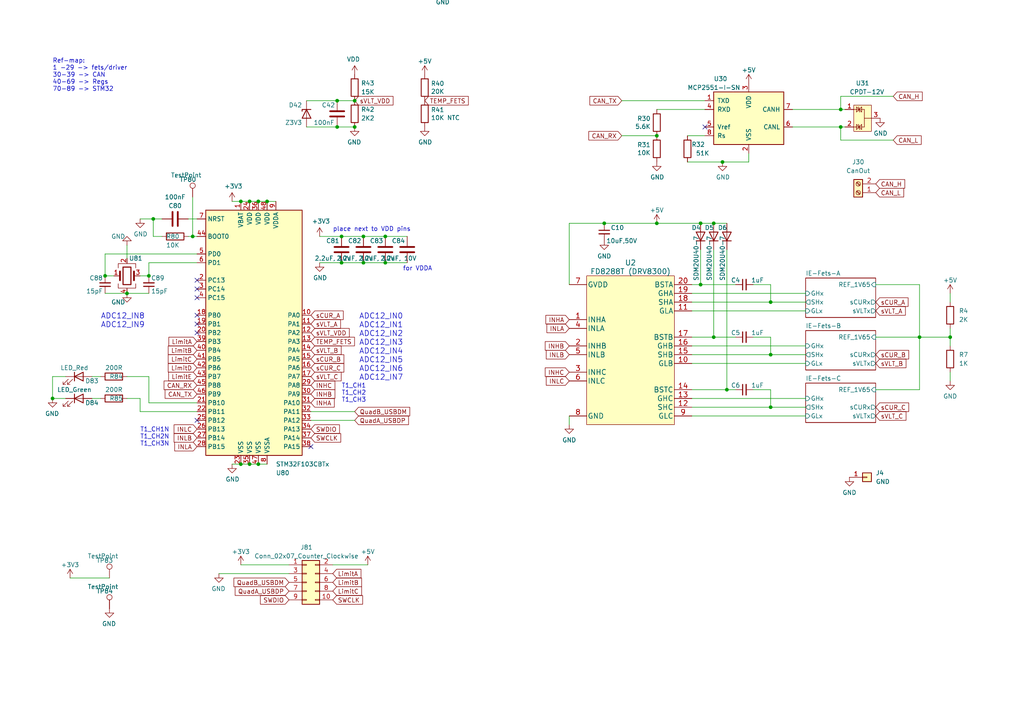
<source format=kicad_sch>
(kicad_sch (version 20231120) (generator "eeschema") (generator_version "8.0")
  (paper "A4")
  (junction (at 74.93 58.42))
  (junction (at 223.52 102.87))
  (junction (at 15.24 115.57))
  (junction (at 99.06 76.2))
  (junction (at 99.06 68.58))
  (junction (at 203.2 82.55))
  (junction (at 190.5 39.37))
  (junction (at 82.55 -26.67))
  (junction (at 111.76 68.58))
  (junction (at 223.52 118.11))
  (junction (at 223.52 87.63))
  (junction (at 77.47 58.42))
  (junction (at 110.49 -19.05))
  (junction (at 36.83 85.09))
  (junction (at 30.48 80.01))
  (junction (at 123.19 -11.43))
  (junction (at 102.87 29.21))
  (junction (at 123.19 -19.05))
  (junction (at 128.27 -11.43))
  (junction (at 207.01 97.79))
  (junction (at 82.55 -21.59))
  (junction (at 72.39 58.42))
  (junction (at 72.39 134.62))
  (junction (at 44.45 63.5))
  (junction (at 105.41 76.2))
  (junction (at 128.27 -19.05))
  (junction (at 275.59 97.79))
  (junction (at 102.87 36.83))
  (junction (at 116.84 -49.53))
  (junction (at 17.78 -35.56))
  (junction (at 43.18 80.01))
  (junction (at 105.41 68.58))
  (junction (at 143.51 -19.05))
  (junction (at 190.5 64.77))
  (junction (at 74.93 134.62))
  (junction (at 97.79 36.83))
  (junction (at 69.85 58.42))
  (junction (at 92.71 -59.69))
  (junction (at 91.44 -11.43))
  (junction (at 26.67 -43.18))
  (junction (at 55.88 68.58))
  (junction (at 69.85 134.62))
  (junction (at 175.26 64.77))
  (junction (at 111.76 76.2))
  (junction (at 97.79 29.21))
  (junction (at 110.49 -49.53))
  (junction (at 127 -59.69))
  (junction (at 209.55 46.99))
  (junction (at 266.7 97.79))
  (junction (at 243.84 31.75))
  (junction (at 207.01 64.77))
  (junction (at 26.67 -35.56))
  (junction (at 243.84 36.83))
  (junction (at 17.78 -43.18))
  (junction (at 203.2 64.77))
  (junction (at 210.82 113.03))
  (no_connect (at 57.15 86.36))
  (no_connect (at 57.15 81.28))
  (no_connect (at 57.15 83.82))
  (no_connect (at 204.47 36.83))
  (no_connect (at 57.15 91.44))
  (no_connect (at 90.17 129.54))
  (no_connect (at 57.15 93.98))
  (no_connect (at 57.15 121.92))
  (no_connect (at 57.15 96.52))
  (wire (pts (xy 111.76 68.58) (xy 105.41 68.58)))
  (wire (pts (xy 116.84 -49.53) (xy 127 -49.53)))
  (wire (pts (xy 82.55 -11.43) (xy 82.55 -13.97)))
  (wire (pts (xy 223.52 87.63) (xy 233.68 87.63)))
  (wire (pts (xy 207.01 72.39) (xy 207.01 97.79)))
  (wire (pts (xy 55.88 68.58) (xy 57.15 68.58)))
  (wire (pts (xy 26.67 -43.18) (xy 35.56 -43.18)))
  (wire (pts (xy 106.68 163.83) (xy 96.52 163.83)))
  (wire (pts (xy 55.88 57.15) (xy 55.88 68.58)))
  (wire (pts (xy 254 113.03) (xy 266.7 113.03)))
  (wire (pts (xy 74.93 134.62) (xy 77.47 134.62)))
  (wire (pts (xy 29.21 115.57) (xy 26.67 115.57)))
  (wire (pts (xy 12.7 -43.18) (xy 17.78 -43.18)))
  (wire (pts (xy 243.84 31.75) (xy 245.11 31.75)))
  (wire (pts (xy 100.33 -11.43) (xy 123.19 -11.43)))
  (wire (pts (xy 180.34 39.37) (xy 190.5 39.37)))
  (wire (pts (xy 92.71 -59.69) (xy 95.25 -59.69)))
  (wire (pts (xy 207.01 64.77) (xy 210.82 64.77)))
  (wire (pts (xy 200.66 120.65) (xy 233.68 120.65)))
  (wire (pts (xy 33.02 80.01) (xy 30.48 80.01)))
  (wire (pts (xy 43.18 80.01) (xy 43.18 76.2)))
  (wire (pts (xy 200.66 115.57) (xy 233.68 115.57)))
  (wire (pts (xy 30.48 73.66) (xy 30.48 80.01)))
  (wire (pts (xy 266.7 82.55) (xy 254 82.55)))
  (wire (pts (xy 72.39 58.42) (xy 74.93 58.42)))
  (wire (pts (xy 210.82 72.39) (xy 210.82 113.03)))
  (wire (pts (xy 218.44 113.03) (xy 223.52 113.03)))
  (wire (pts (xy 275.59 107.95) (xy 275.59 110.49)))
  (wire (pts (xy 218.44 97.79) (xy 223.52 97.79)))
  (wire (pts (xy 40.64 80.01) (xy 43.18 80.01)))
  (wire (pts (xy 57.15 119.38) (xy 40.64 119.38)))
  (wire (pts (xy 275.59 97.79) (xy 275.59 100.33)))
  (wire (pts (xy 69.85 134.62) (xy 72.39 134.62)))
  (wire (pts (xy 36.83 85.09) (xy 43.18 85.09)))
  (wire (pts (xy 82.55 -21.59) (xy 82.55 -26.67)))
  (wire (pts (xy 203.2 82.55) (xy 213.36 82.55)))
  (wire (pts (xy 199.39 46.99) (xy 209.55 46.99)))
  (wire (pts (xy 127 -59.69) (xy 129.54 -59.69)))
  (wire (pts (xy 229.87 31.75) (xy 243.84 31.75)))
  (wire (pts (xy 43.18 109.22) (xy 43.18 116.84)))
  (wire (pts (xy 200.66 97.79) (xy 207.01 97.79)))
  (wire (pts (xy 17.78 -35.56) (xy 26.67 -35.56)))
  (wire (pts (xy 229.87 36.83) (xy 243.84 36.83)))
  (wire (pts (xy 203.2 64.77) (xy 207.01 64.77)))
  (wire (pts (xy 266.7 97.79) (xy 275.59 97.79)))
  (wire (pts (xy 12.7 -35.56) (xy 17.78 -35.56)))
  (wire (pts (xy 223.52 113.03) (xy 223.52 118.11)))
  (wire (pts (xy 110.49 -49.53) (xy 116.84 -49.53)))
  (wire (pts (xy 259.08 27.94) (xy 243.84 27.94)))
  (wire (pts (xy 223.52 97.79) (xy 223.52 102.87)))
  (wire (pts (xy 190.5 31.75) (xy 204.47 31.75)))
  (wire (pts (xy 30.48 85.09) (xy 36.83 85.09)))
  (wire (pts (xy 165.1 64.77) (xy 165.1 82.55)))
  (wire (pts (xy 218.44 82.55) (xy 223.52 82.55)))
  (wire (pts (xy 254 97.79) (xy 266.7 97.79)))
  (wire (pts (xy 200.66 113.03) (xy 210.82 113.03)))
  (wire (pts (xy 128.27 -19.05) (xy 143.51 -19.05)))
  (wire (pts (xy 15.24 109.22) (xy 19.05 109.22)))
  (wire (pts (xy 99.06 76.2) (xy 105.41 76.2)))
  (wire (pts (xy 200.66 85.09) (xy 233.68 85.09)))
  (wire (pts (xy 88.9 29.21) (xy 97.79 29.21)))
  (wire (pts (xy 165.1 120.65) (xy 165.1 123.19)))
  (wire (pts (xy 77.47 58.42) (xy 80.01 58.42)))
  (wire (pts (xy 99.06 68.58) (xy 92.71 68.58)))
  (wire (pts (xy 82.55 -26.67) (xy 91.44 -26.67)))
  (wire (pts (xy 210.82 113.03) (xy 213.36 113.03)))
  (wire (pts (xy 200.66 100.33) (xy 233.68 100.33)))
  (wire (pts (xy 36.83 109.22) (xy 43.18 109.22)))
  (wire (pts (xy 180.34 29.21) (xy 204.47 29.21)))
  (wire (pts (xy 200.66 105.41) (xy 233.68 105.41)))
  (wire (pts (xy 223.52 82.55) (xy 223.52 87.63)))
  (wire (pts (xy 67.31 134.62) (xy 69.85 134.62)))
  (wire (pts (xy 15.24 109.22) (xy 15.24 115.57)))
  (wire (pts (xy 243.84 27.94) (xy 243.84 31.75)))
  (wire (pts (xy 17.78 -43.18) (xy 26.67 -43.18)))
  (wire (pts (xy 43.18 76.2) (xy 57.15 76.2)))
  (wire (pts (xy 15.24 115.57) (xy 19.05 115.57)))
  (wire (pts (xy 123.19 -11.43) (xy 128.27 -11.43)))
  (wire (pts (xy 209.55 46.99) (xy 217.17 46.99)))
  (wire (pts (xy 266.7 113.03) (xy 266.7 97.79)))
  (wire (pts (xy 88.9 36.83) (xy 97.79 36.83)))
  (wire (pts (xy 105.41 76.2) (xy 111.76 76.2)))
  (wire (pts (xy 36.83 71.12) (xy 36.83 74.93)))
  (wire (pts (xy 200.66 118.11) (xy 223.52 118.11)))
  (wire (pts (xy 110.49 -57.15) (xy 116.84 -57.15)))
  (wire (pts (xy 26.67 -35.56) (xy 35.56 -35.56)))
  (wire (pts (xy 82.55 -59.69) (xy 92.71 -59.69)))
  (wire (pts (xy 54.61 68.58) (xy 55.88 68.58)))
  (wire (pts (xy 127 -49.53) (xy 127 -52.07)))
  (wire (pts (xy 100.33 -19.05) (xy 110.49 -19.05)))
  (wire (pts (xy 92.71 76.2) (xy 99.06 76.2)))
  (wire (pts (xy 90.17 119.38) (xy 102.87 119.38)))
  (wire (pts (xy 203.2 72.39) (xy 203.2 82.55)))
  (wire (pts (xy 92.71 -57.15) (xy 92.71 -59.69)))
  (wire (pts (xy 207.01 97.79) (xy 213.36 97.79)))
  (wire (pts (xy 100.33 -26.67) (xy 110.49 -26.67)))
  (wire (pts (xy 40.64 115.57) (xy 40.64 119.38)))
  (wire (pts (xy 266.7 97.79) (xy 266.7 82.55)))
  (wire (pts (xy 82.55 -11.43) (xy 91.44 -11.43)))
  (wire (pts (xy 200.66 87.63) (xy 223.52 87.63)))
  (wire (pts (xy 44.45 63.5) (xy 46.99 63.5)))
  (wire (pts (xy 40.64 115.57) (xy 36.83 115.57)))
  (wire (pts (xy 95.25 -57.15) (xy 92.71 -57.15)))
  (wire (pts (xy 111.76 76.2) (xy 118.11 76.2)))
  (wire (pts (xy 54.61 63.5) (xy 57.15 63.5)))
  (wire (pts (xy 72.39 134.62) (xy 74.93 134.62)))
  (wire (pts (xy 175.26 64.77) (xy 190.5 64.77)))
  (wire (pts (xy 100.33 -11.43) (xy 100.33 -16.51)))
  (wire (pts (xy 175.26 64.77) (xy 165.1 64.77)))
  (wire (pts (xy 275.59 85.09) (xy 275.59 87.63)))
  (wire (pts (xy 40.64 63.5) (xy 44.45 63.5)))
  (wire (pts (xy 97.79 29.21) (xy 102.87 29.21)))
  (wire (pts (xy 46.99 68.58) (xy 44.45 68.58)))
  (wire (pts (xy 275.59 95.25) (xy 275.59 97.79)))
  (wire (pts (xy 69.85 58.42) (xy 72.39 58.42)))
  (wire (pts (xy 90.17 121.92) (xy 102.87 121.92)))
  (wire (pts (xy 100.33 -21.59) (xy 100.33 -26.67)))
  (wire (pts (xy 20.32 167.64) (xy 31.75 167.64)))
  (wire (pts (xy 120.65 -19.05) (xy 123.19 -19.05)))
  (wire (pts (xy 259.08 40.64) (xy 243.84 40.64)))
  (wire (pts (xy 123.19 -19.05) (xy 128.27 -19.05)))
  (wire (pts (xy 200.66 90.17) (xy 233.68 90.17)))
  (wire (pts (xy 105.41 68.58) (xy 99.06 68.58)))
  (wire (pts (xy 113.03 -19.05) (xy 110.49 -19.05)))
  (wire (pts (xy 118.11 68.58) (xy 111.76 68.58)))
  (wire (pts (xy 63.5 166.37) (xy 83.82 166.37)))
  (wire (pts (xy 223.52 118.11) (xy 233.68 118.11)))
  (wire (pts (xy 243.84 36.83) (xy 245.11 36.83)))
  (wire (pts (xy 67.31 58.42) (xy 69.85 58.42)))
  (wire (pts (xy 110.49 -59.69) (xy 127 -59.69)))
  (wire (pts (xy 110.49 -49.53) (xy 102.87 -49.53)))
  (wire (pts (xy 26.67 109.22) (xy 29.21 109.22)))
  (wire (pts (xy 43.18 116.84) (xy 57.15 116.84)))
  (wire (pts (xy 199.39 39.37) (xy 204.47 39.37)))
  (wire (pts (xy 190.5 64.77) (xy 203.2 64.77)))
  (wire (pts (xy 97.79 36.83) (xy 102.87 36.83)))
  (wire (pts (xy 44.45 63.5) (xy 44.45 68.58)))
  (wire (pts (xy 200.66 102.87) (xy 223.52 102.87)))
  (wire (pts (xy 74.93 58.42) (xy 77.47 58.42)))
  (wire (pts (xy 243.84 40.64) (xy 243.84 36.83)))
  (wire (pts (xy 223.52 102.87) (xy 233.68 102.87)))
  (wire (pts (xy 30.48 73.66) (xy 57.15 73.66)))
  (wire (pts (xy 217.17 44.45) (xy 217.17 46.99)))
  (wire (pts (xy 200.66 82.55) (xy 203.2 82.55)))
  (wire (pts (xy 143.51 -19.05) (xy 146.05 -19.05)))
  (wire (pts (xy 69.85 163.83) (xy 83.82 163.83)))
  (text "Vin max = 18V\n\nTODO:\nFix current sense precision issue\n\ndone:\nswitch A and C phase parts\nswitch to LDR 3v3 reg?\nadd TVS diodes\nchange connector\nnew leds\nchange boot0 ckt to allow usb bootloader\nrethink C10?\nrethink bulk caps?\nrething C1-C3?\nchange 0603s to 0402s\ndo I really need sVLT_x? (yes)\npick smaller 3V3 Z_diodes" (at -44.45 52.07 0) (effects (font (size 1.27 1.27)) (justify left bottom)))
  (text "for VDDA" (at 116.84 78.74 0) (effects (font (size 1.27 1.27)) (justify left bottom)))
  (text "330uF 16V Panasonic Low Impedance" (at 21.59 -26.67 0) (effects (font (size 1.27 1.27)) (justify left bottom)))
  (text "ADC12_IN0\nADC12_IN1\nADC12_IN2\nADC12_IN3\nADC12_IN4\nADC12_IN5\nADC12_IN6\nADC12_IN7\n\n" (at 104.14 113.03 0) (effects (font (size 1.5748 1.5748)) (justify left bottom)))
  (text "Ref-map:\n1 -29 -> fets/driver\n30-39 -> CAN\n40-69 -> Regs\n70-89 -> STM32" (at 15.24 26.67 0) (effects (font (size 1.27 1.27)) (justify left bottom)))
  (text "ADC12_IN8\nADC12_IN9" (at 29.21 95.25 0) (effects (font (size 1.5748 1.5748)) (justify left bottom)))
  (text "T1_CH1N\nT1_CH2N\nT1_CH3N" (at 40.64 129.54 0) (effects (font (size 1.27 1.27)) (justify left bottom)))
  (text "place next to VDD pins" (at 96.52 67.31 0) (effects (font (size 1.27 1.27)) (justify left bottom)))
  (text "T1_CH1\nT1_CH2\nT1_CH3" (at 99.06 116.84 0) (effects (font (size 1.27 1.27)) (justify left bottom)))
  (global_label "CAN_RX" (shape input) (at 57.15 111.76 180) (property "Intersheetrefs" "${INTERSHEET_REFS}" (effects (hide yes))))
  (global_label "CAN_L" (shape input) (at 254 55.88 0) (property "Intersheetrefs" "${INTERSHEET_REFS}" (effects (hide yes))))
  (global_label "sVLT_C" (shape input) (at 254 120.65 0) (property "Intersheetrefs" "${INTERSHEET_REFS}" (effects (hide yes))))
  (global_label "TEMP_FETS" (shape input) (at 90.17 99.06 0) (property "Intersheetrefs" "${INTERSHEET_REFS}" (effects (hide yes))))
  (global_label "INHC" (shape input) (at 90.17 111.76 0) (property "Intersheetrefs" "${INTERSHEET_REFS}" (effects (hide yes))))
  (global_label "QuadB_USBDM" (shape input) (at 102.87 119.38 0) (property "Intersheetrefs" "${INTERSHEET_REFS}" (effects (hide yes))))
  (global_label "sVLT_A" (shape input) (at 90.17 93.98 0) (property "Intersheetrefs" "${INTERSHEET_REFS}" (effects (hide yes))))
  (global_label "sVLT_B" (shape input) (at 90.17 101.6 0) (property "Intersheetrefs" "${INTERSHEET_REFS}" (effects (hide yes))))
  (global_label "CAN_RX" (shape input) (at 180.34 39.37 180) (property "Intersheetrefs" "${INTERSHEET_REFS}" (effects (hide yes))))
  (global_label "INHC" (shape input) (at 165.1 107.95 180) (property "Intersheetrefs" "${INTERSHEET_REFS}" (effects (hide yes))))
  (global_label "INHB" (shape input) (at 165.1 100.33 180) (property "Intersheetrefs" "${INTERSHEET_REFS}" (effects (hide yes))))
  (global_label "QuadA_USBDP" (shape input) (at 83.82 171.45 180) (property "Intersheetrefs" "${INTERSHEET_REFS}" (effects (hide yes))))
  (global_label "LimitA" (shape input) (at 57.15 99.06 180) (property "Intersheetrefs" "${INTERSHEET_REFS}" (effects (hide yes))))
  (global_label "sCUR_B" (shape input) (at 90.17 104.14 0) (property "Intersheetrefs" "${INTERSHEET_REFS}" (effects (hide yes))))
  (global_label "INHA" (shape input) (at 90.17 116.84 0) (property "Intersheetrefs" "${INTERSHEET_REFS}" (effects (hide yes))))
  (global_label "sVLT_VDD" (shape input) (at 90.17 96.52 0) (property "Intersheetrefs" "${INTERSHEET_REFS}" (effects (hide yes))))
  (global_label "sCUR_B" (shape input) (at 254 102.87 0) (property "Intersheetrefs" "${INTERSHEET_REFS}" (effects (hide yes))))
  (global_label "sVLT_C" (shape input) (at 90.17 109.22 0) (property "Intersheetrefs" "${INTERSHEET_REFS}" (effects (hide yes))))
  (global_label "sCUR_C" (shape input) (at 90.17 106.68 0) (property "Intersheetrefs" "${INTERSHEET_REFS}" (effects (hide yes))))
  (global_label "INLA" (shape input) (at 57.15 129.54 180) (property "Intersheetrefs" "${INTERSHEET_REFS}" (effects (hide yes))))
  (global_label "LimitA" (shape input) (at 96.52 166.37 0) (property "Intersheetrefs" "${INTERSHEET_REFS}" (effects (hide yes))))
  (global_label "LimitE" (shape input) (at 57.15 109.22 180) (property "Intersheetrefs" "${INTERSHEET_REFS}" (effects (hide yes))))
  (global_label "sVLT_VDD" (shape input) (at 102.87 29.21 0) (property "Intersheetrefs" "${INTERSHEET_REFS}" (effects (hide yes))))
  (global_label "CAN_L" (shape input) (at 259.08 40.64 0) (property "Intersheetrefs" "${INTERSHEET_REFS}" (effects (hide yes))))
  (global_label "sVLT_B" (shape input) (at 254 105.41 0) (property "Intersheetrefs" "${INTERSHEET_REFS}" (effects (hide yes))))
  (global_label "SWCLK" (shape input) (at 90.17 127 0) (property "Intersheetrefs" "${INTERSHEET_REFS}" (effects (hide yes))))
  (global_label "CAN_H" (shape input) (at 259.08 27.94 0) (property "Intersheetrefs" "${INTERSHEET_REFS}" (effects (hide yes))))
  (global_label "LimitD" (shape input) (at 57.15 106.68 180) (property "Intersheetrefs" "${INTERSHEET_REFS}" (effects (hide yes))))
  (global_label "QuadA_USBDP" (shape input) (at 102.87 121.92 0) (property "Intersheetrefs" "${INTERSHEET_REFS}" (effects (hide yes))))
  (global_label "INHB" (shape input) (at 90.17 114.3 0) (property "Intersheetrefs" "${INTERSHEET_REFS}" (effects (hide yes))))
  (global_label "LimitB" (shape input) (at 96.52 168.91 0) (property "Intersheetrefs" "${INTERSHEET_REFS}" (effects (hide yes))))
  (global_label "LimitC" (shape input) (at 57.15 104.14 180) (property "Intersheetrefs" "${INTERSHEET_REFS}" (effects (hide yes))))
  (global_label "CAN_TX" (shape input) (at 180.34 29.21 180) (property "Intersheetrefs" "${INTERSHEET_REFS}" (effects (hide yes))))
  (global_label "sCUR_C" (shape input) (at 254 118.11 0) (property "Intersheetrefs" "${INTERSHEET_REFS}" (effects (hide yes))))
  (global_label "INLB" (shape input) (at 165.1 102.87 180) (property "Intersheetrefs" "${INTERSHEET_REFS}" (effects (hide yes))))
  (global_label "CAN_TX" (shape input) (at 57.15 114.3 180) (property "Intersheetrefs" "${INTERSHEET_REFS}" (effects (hide yes))))
  (global_label "TEMP_FETS" (shape input) (at 123.19 29.21 0) (property "Intersheetrefs" "${INTERSHEET_REFS}" (effects (hide yes))))
  (global_label "LimitB" (shape input) (at 57.15 101.6 180) (property "Intersheetrefs" "${INTERSHEET_REFS}" (effects (hide yes))))
  (global_label "sCUR_A" (shape input) (at 254 87.63 0) (property "Intersheetrefs" "${INTERSHEET_REFS}" (effects (hide yes))))
  (global_label "INLA" (shape input) (at 165.1 95.25 180) (property "Intersheetrefs" "${INTERSHEET_REFS}" (effects (hide yes))))
  (global_label "QuadB_USBDM" (shape input) (at 83.82 168.91 180) (property "Intersheetrefs" "${INTERSHEET_REFS}" (effects (hide yes))))
  (global_label "SWCLK" (shape input) (at 96.52 173.99 0) (property "Intersheetrefs" "${INTERSHEET_REFS}" (effects (hide yes))))
  (global_label "INLC" (shape input) (at 57.15 124.46 180) (property "Intersheetrefs" "${INTERSHEET_REFS}" (effects (hide yes))))
  (global_label "sVLT_A" (shape input) (at 254 90.17 0) (property "Intersheetrefs" "${INTERSHEET_REFS}" (effects (hide yes))))
  (global_label "INLC" (shape input) (at 165.1 110.49 180) (property "Intersheetrefs" "${INTERSHEET_REFS}" (effects (hide yes))))
  (global_label "INHA" (shape input) (at 165.1 92.71 180) (property "Intersheetrefs" "${INTERSHEET_REFS}" (effects (hide yes))))
  (global_label "LimitC" (shape input) (at 96.52 171.45 0) (property "Intersheetrefs" "${INTERSHEET_REFS}" (effects (hide yes))))
  (global_label "sCUR_A" (shape input) (at 90.17 91.44 0) (property "Intersheetrefs" "${INTERSHEET_REFS}" (effects (hide yes))))
  (global_label "SWDIO" (shape input) (at 83.82 173.99 180) (property "Intersheetrefs" "${INTERSHEET_REFS}" (effects (hide yes))))
  (global_label "INLB" (shape input) (at 57.15 127 180) (property "Intersheetrefs" "${INTERSHEET_REFS}" (effects (hide yes))))
  (global_label "SWDIO" (shape input) (at 90.17 124.46 0) (property "Intersheetrefs" "${INTERSHEET_REFS}" (effects (hide yes))))
  (global_label "CAN_H" (shape input) (at 254 53.34 0) (property "Intersheetrefs" "${INTERSHEET_REFS}" (effects (hide yes))))
  (symbol (lib_id "Device:C") (at 111.76 72.39 0) (unit 1)
    (property "Reference" "C83" (at 109.22 69.85 0))
    (property "Value" "2.2uF, 10V" (at 109.22 74.93 0))
    (property "Footprint" "Capacitor_SMD:C_0402_1005Metric" (effects (hide yes)))
    (property "Datasheet" "https://lcsc.com/product-detail/Multilayer-Ceramic-Capacitors-MLCC---SMD-SMT_Murata-Electronics-Murata-Electronics-GRM155R61A225KE95D_C77002.html" (effects (hide yes)))
    (property "LCSC" "C77002" (effects (hide yes)))
  )
  (symbol (lib_id "Device:C") (at 110.49 -22.86 0) (mirror x) (unit 1)
    (property "Reference" "C9" (at 107.5944 -24.0284 0) (effects (justify right)))
    (property "Value" "100nF" (at 107.5944 -21.717 0) (effects (justify right)))
    (property "Footprint" "Capacitor_SMD:C_0402_1005Metric" (effects (hide yes)))
    (property "Datasheet" "https://lcsc.com/product-detail/Multilayer-Ceramic-Capacitors-MLCC---SMD-SMT_Samsung-Electro-Mechanics-Samsung-Electro-Mechanics-CL05B104KB54PNC_C307331.html" (effects (hide yes)))
    (property "LCSC" "C307331" (effects (hide yes)))
  )
  (symbol (lib_id "Connector_Generic:Conn_01x01") (at 7.62 -43.18 180) (unit 1)
    (property "Reference" "J2" (at 7.62 -49.53 0))
    (property "Value" "Vin" (at 7.62 -46.99 0))
    (property "Footprint" "AlfredoFootprints:GE_PwrPad1" (effects (hide yes)))
  )
  (symbol (lib_id "power:GND") (at 36.83 85.09 0) (unit 1)
    (property "Reference" "#PWR0136" (effects (hide yes)))
    (property "Value" "GND" (at 34.29 87.63 0))
  )
  (symbol (lib_id "Device:R") (at 102.87 33.02 180) (unit 1)
    (property "Reference" "R42" (at 106.68 31.75 0))
    (property "Value" "2K2" (at 106.68 34.29 0))
    (property "Footprint" "Resistor_SMD:R_0402_1005Metric" (effects (hide yes)))
    (property "LCSC" "C25879" (effects (hide yes)))
  )
  (symbol (lib_id "power:GND") (at 143.51 -11.43 0) (unit 1)
    (property "Reference" "#PWR09" (effects (hide yes)))
    (property "Value" "GND" (at 143.637 -7.0358 0))
  )
  (symbol (lib_id "Connector_Generic:Conn_01x01") (at 7.62 -35.56 180) (unit 1)
    (property "Reference" "J3" (at 7.62 -30.48 0))
    (property "Value" "Gnd" (at 7.62 -33.02 0))
    (property "Footprint" "AlfredoFootprints:GE_PwrPad1" (effects (hide yes)))
  )
  (symbol (lib_id "Device:C_Polarized") (at 26.67 -39.37 0) (unit 1)
    (property "Reference" "C3" (at 27.94 -41.91 0) (effects (justify left)))
    (property "Value" "330uF" (at 27.94 -36.83 0) (effects (justify left)))
    (property "Footprint" "AlfredoFootprints:Cap_THT_LowESR_330uF" (effects (hide yes)))
  )
  (symbol (lib_id "power:+5V") (at 146.05 -19.05 0) (unit 1)
    (property "Reference" "#PWR010" (effects (hide yes)))
    (property "Value" "+5V" (at 146.05 -24.13 0))
  )
  (symbol (lib_id "Device:C_Small") (at 43.18 82.55 180) (unit 1)
    (property "Reference" "C89" (at 43.815 80.645 0) (effects (justify right)))
    (property "Value" "15pF" (at 43.815 84.455 0) (effects (justify right)))
    (property "Footprint" "Capacitor_SMD:C_0402_1005Metric" (effects (hide yes)))
    (property "Datasheet" "https://lcsc.com/product-detail/Multilayer-Ceramic-Capacitors-MLCC---SMD-SMT_FHGuangdong-Fenghua-Advanced-Tech-FHGuangdong-Fenghua-Advanced-Tech-0402CG150J500NT_C1548.html" (effects (hide yes)))
    (property "LCSC" "C1548" (effects (hide yes)))
  )
  (symbol (lib_id "power:GND") (at 190.5 46.99 0) (unit 1)
    (property "Reference" "#PWR0147" (effects (hide yes)))
    (property "Value" "GND" (at 190.627 51.3842 0))
  )
  (symbol (lib_id "Device:C_Small") (at 30.48 82.55 0) (mirror x) (unit 1)
    (property "Reference" "C88" (at 29.845 80.645 0) (effects (justify right)))
    (property "Value" "15pF" (at 29.845 84.455 0) (effects (justify right)))
    (property "Footprint" "Capacitor_SMD:C_0402_1005Metric" (effects (hide yes)))
    (property "Datasheet" "https://lcsc.com/product-detail/Multilayer-Ceramic-Capacitors-MLCC---SMD-SMT_FHGuangdong-Fenghua-Advanced-Tech-FHGuangdong-Fenghua-Advanced-Tech-0402CG150J500NT_C1548.html" (effects (hide yes)))
    (property "LCSC" "C1548" (effects (hide yes)))
  )
  (symbol (lib_id "Device:R") (at 50.8 68.58 270) (unit 1)
    (property "Reference" "R80" (at 52.07 68.58 90) (effects (justify right)))
    (property "Value" "10K" (at 52.07 71.12 90) (effects (justify right)))
    (property "Footprint" "Resistor_SMD:R_0402_1005Metric" (effects (hide yes)))
    (property "Datasheet" "https://lcsc.com/product-detail/Chip-Resistor-Surface-Mount_UNI-ROYAL-Uniroyal-Elec-0402WGF1002TCE_C25744.html" (effects (hide yes)))
    (property "LCSC" "C25744" (effects (hide yes)))
  )
  (symbol (lib_id "power:+3V3") (at 69.85 163.83 0) (unit 1)
    (property "Reference" "#PWR0140" (effects (hide yes)))
    (property "Value" "+3V3" (at 69.85 160.02 0))
  )
  (symbol (lib_id "power:GND") (at 175.26 69.85 0) (unit 1)
    (property "Reference" "#PWR0145" (effects (hide yes)))
    (property "Value" "GND" (at 175.26 74.295 0))
  )
  (symbol (lib_id "Device:C") (at 118.11 72.39 0) (unit 1)
    (property "Reference" "C84" (at 115.57 69.85 0))
    (property "Value" "2.2uF, 10V" (at 115.57 74.93 0))
    (property "Footprint" "Capacitor_SMD:C_0402_1005Metric" (effects (hide yes)))
    (property "Datasheet" "https://lcsc.com/product-detail/Multilayer-Ceramic-Capacitors-MLCC---SMD-SMT_Murata-Electronics-Murata-Electronics-GRM155R61A225KE95D_C77002.html" (effects (hide yes)))
    (property "LCSC" "C77002" (effects (hide yes)))
  )
  (symbol (lib_id "power:+3V3") (at 92.71 68.58 0) (unit 1)
    (property "Reference" "#PWR0154" (effects (hide yes)))
    (property "Value" "+3V3" (at 93.091 64.1858 0))
  )
  (symbol (lib_id "power:GND") (at 275.59 110.49 0) (unit 1)
    (property "Reference" "#PWR0114" (effects (hide yes)))
    (property "Value" "GND" (at 275.59 114.935 0))
  )
  (symbol (lib_id "Device:C_Polarized") (at 17.78 -39.37 0) (unit 1)
    (property "Reference" "C2" (at 19.05 -41.91 0) (effects (justify left)))
    (property "Value" "330uF" (at 19.05 -36.83 0) (effects (justify left)))
    (property "Footprint" "AlfredoFootprints:Cap_THT_LowESR_330uF" (effects (hide yes)))
  )
  (symbol (lib_id "Device:C") (at 116.84 -53.34 0) (mirror x) (unit 1)
    (property "Reference" "C11" (at 113.9444 -54.5084 0) (effects (justify right)))
    (property "Value" "10nF, 6.3V" (at 115.57 -50.8 0) (effects (justify right)))
    (property "Footprint" "Capacitor_SMD:C_0402_1005Metric" (effects (hide yes)))
    (property "Datasheet" "https://lcsc.com/product-detail/Multilayer-Ceramic-Capacitors-MLCC---SMD-SMT_Samsung-Electro-Mechanics-Samsung-Electro-Mechanics-CL05B103KB5NNNC_C15195.html" (effects (hide yes)))
    (property "LCSC" "C15195" (effects (hide yes)))
  )
  (symbol (lib_id "Device:C") (at 127 -55.88 0) (mirror x) (unit 1)
    (property "Reference" "C13" (at 132.08 -58.42 0) (effects (justify right)))
    (property "Value" "2.2uF, 6.3V" (at 138.43 -53.34 0) (effects (justify right)))
    (property "Footprint" "Capacitor_SMD:C_0402_1005Metric" (effects (hide yes)))
    (property "Datasheet" "https://lcsc.com/product-detail/Multilayer-Ceramic-Capacitors-MLCC---SMD-SMT_Samsung-Electro-Mechanics-Samsung-Electro-Mechanics-CL05A225MQ5NSNC_C12530.html" (effects (hide yes)))
    (property "LCSC" "C12530" (effects (hide yes)))
  )
  (symbol (lib_id "power:+5V") (at 106.68 163.83 0) (mirror y) (unit 1)
    (property "Reference" "#PWR0139" (effects (hide yes)))
    (property "Value" "+5V" (at 106.68 160.02 0))
  )
  (symbol (lib_id "Connector:TestPoint") (at 55.88 57.15 0) (unit 1)
    (property "Reference" "TP80" (at 52.07 52.07 0) (effects (justify left)))
    (property "Value" "TestPoint" (at 49.53 50.8 0) (effects (justify left)))
    (property "Footprint" "AlfredoFootprints:GE_TestPoint_Loop" (effects (hide yes)))
  )
  (symbol (lib_id "Device:C_Small") (at 175.26 67.31 0) (unit 1)
    (property "Reference" "C10" (at 179.07 66.04 0))
    (property "Value" "10uF,50V" (at 180.34 69.85 0))
    (property "Footprint" "Capacitor_SMD:C_1206_3216Metric" (effects (hide yes)))
    (property "Datasheet" "https://lcsc.com/product-detail/null_C13585.html" (effects (hide yes)))
    (property "LCSC" "C13585" (effects (hide yes)))
  )
  (symbol (lib_id "Connector:TestPoint") (at 31.75 167.64 0) (unit 1)
    (property "Reference" "TP83" (at 27.94 162.56 0) (effects (justify left)))
    (property "Value" "TestPoint" (at 25.4 161.29 0) (effects (justify left)))
    (property "Footprint" "AlfredoFootprints:GE_TestPoint_Loop" (effects (hide yes)))
  )
  (symbol (lib_id "power:GND") (at 255.27 34.29 0) (unit 1)
    (property "Reference" "#PWR0175" (effects (hide yes)))
    (property "Value" "GND" (at 255.397 38.6842 0))
  )
  (symbol (lib_id "power:GND") (at 36.83 71.12 0) (mirror x) (unit 1)
    (property "Reference" "#PWR0137" (effects (hide yes)))
    (property "Value" "GND" (at 34.29 68.58 0))
  )
  (symbol (lib_id "power:GND") (at 128.27 -3.81 0) (unit 1)
    (property "Reference" "#PWR07" (effects (hide yes)))
    (property "Value" "GND" (at 128.397 0.5842 0))
  )
  (symbol (lib_id "Device:C") (at 82.55 -17.78 0) (mirror x) (unit 1)
    (property "Reference" "C8" (at 79.6544 -18.9484 0) (effects (justify right)))
    (property "Value" "2.2uF, 50V" (at 79.6544 -16.637 0) (effects (justify right)))
    (property "Footprint" "Capacitor_SMD:C_0603_1608Metric" (effects (hide yes)))
    (property "Datasheet" "https://lcsc.com/product-detail/Multilayer-Ceramic-Capacitors-MLCC---SMD-SMT_Samsung-Electro-Mechanics-Samsung-Electro-Mechanics-CL10A225KB8NNNC_C913904.html" (effects (hide yes)))
    (property "LCSC" "C913904" (effects (hide yes)))
  )
  (symbol (lib_id "power:+5V") (at 123.19 21.59 0) (unit 1)
    (property "Reference" "#PWR0119" (effects (hide yes)))
    (property "Value" "+5V" (at 123.19 17.78 0))
  )
  (symbol (lib_id "Device:C") (at 143.51 -15.24 0) (mirror x) (unit 1)
    (property "Reference" "C14" (at 147.32 -17.78 0) (effects (justify right)))
    (property "Value" "2.2uF, 10V" (at 153.67 -12.7 0) (effects (justify right)))
    (property "Footprint" "Capacitor_SMD:C_0402_1005Metric" (effects (hide yes)))
    (property "Datasheet" "https://lcsc.com/product-detail/Multilayer-Ceramic-Capacitors-MLCC---SMD-SMT_Murata-Electronics-Murata-Electronics-GRM155R61A225KE95D_C77002.html" (effects (hide yes)))
    (property "LCSC" "C77002" (effects (hide yes)))
  )
  (symbol (lib_id "power:GND") (at 246.38 138.43 0) (unit 1)
    (property "Reference" "#PWR0143" (effects (hide yes)))
    (property "Value" "GND" (at 246.38 142.875 0))
  )
  (symbol (lib_id "Device:L") (at 116.84 -19.05 90) (unit 1)
    (property "Reference" "L1" (at 116.84 -23.876 90))
    (property "Value" "4.7uH" (at 116.84 -21.5646 90))
    (property "Footprint" "Inductor_SMD:L_1210_3225Metric" (effects (hide yes)))
    (property "Datasheet" "https://lcsc.com/product-detail/Power-Inductors_Murata-Electronics-LQH32CN4R7M23L_C86070.html" (effects (hide yes)))
    (property "LCSC" "C86070" (effects (hide yes)))
  )
  (symbol (lib_id "power:GND") (at 31.75 176.53 0) (mirror y) (unit 1)
    (property "Reference" "#PWR0142" (effects (hide yes)))
    (property "Value" "GND" (at 31.623 180.9242 0))
  )
  (symbol (lib_id "Device:LED") (at 22.86 115.57 0) (unit 1)
    (property "Reference" "D84" (at 26.67 116.84 0))
    (property "Value" "LED_Green" (at 21.59 113.03 0))
    (property "Footprint" "LED_SMD:LED_0805_2012Metric" (effects (hide yes)))
  )
  (symbol (lib_id "Diode:US1M") (at 210.82 68.58 90) (unit 1)
    (property "Reference" "D6" (at 209.55 66.04 90))
    (property "Value" "SDM20U40-7" (at 209.55 74.93 0))
    (property "Footprint" "Diode_SMD:D_SOD-523" (effects (hide yes)))
    (property "Datasheet" "https://lcsc.com/product-detail/Schottky-Barrier-Diodes-SBD_Diodes-Incorporated-Diodes-Incorporated-SDM20U40-7_C139439.html" (effects (hide yes)))
    (property "LCSC" "C139439" (effects (hide yes)))
  )
  (symbol (lib_id "Device:R") (at 190.5 35.56 0) (mirror y) (unit 1)
    (property "Reference" "R30" (at 188.722 34.3916 0) (effects (justify left)))
    (property "Value" "5.6K" (at 188.722 36.703 0) (effects (justify left)))
    (property "Footprint" "Resistor_SMD:R_0402_1005Metric" (effects (hide yes)))
    (property "Datasheet" "https://lcsc.com/product-detail/Chip-Resistor-Surface-Mount_UNI-ROYAL-Uniroyal-Elec-0402WGF5601TCE_C25908.html" (effects (hide yes)))
    (property "LCSC" "C25908" (effects (hide yes)))
  )
  (symbol (lib_id "Device:R") (at 123.19 25.4 0) (unit 1)
    (property "Reference" "R40" (at 124.968 24.2316 0) (effects (justify left)))
    (property "Value" "20K" (at 124.968 26.543 0) (effects (justify left)))
    (property "Footprint" "Resistor_SMD:R_0402_1005Metric" (effects (hide yes)))
    (property "Datasheet" "https://lcsc.com/product-detail/Chip-Resistor-Surface-Mount_UNI-ROYAL-Uniroyal-Elec-0402WGF2002TCE_C25765.html" (effects (hide yes)))
    (property "LCSC" "C25765" (effects (hide yes)))
  )
  (symbol (lib_id "Device:C") (at 97.79 33.02 0) (unit 1)
    (property "Reference" "C42" (at 95.25 30.48 0))
    (property "Value" "100nF" (at 93.98 35.56 0))
    (property "Footprint" "Capacitor_SMD:C_0402_1005Metric" (effects (hide yes)))
    (property "Datasheet" "https://lcsc.com/product-detail/Multilayer-Ceramic-Capacitors-MLCC---SMD-SMT_Samsung-Electro-Mechanics-Samsung-Electro-Mechanics-CL05B104KB54PNC_C307331.html" (effects (hide yes)))
    (property "LCSC" "C307331" (effects (hide yes)))
  )
  (symbol (lib_id "power:+5V") (at 217.17 24.13 0) (unit 1)
    (property "Reference" "#PWR0160" (effects (hide yes)))
    (property "Value" "+5V" (at 217.17 20.32 0))
  )
  (symbol (lib_id "power:+3V3") (at 20.32 167.64 0) (unit 1)
    (property "Reference" "#PWR0138" (effects (hide yes)))
    (property "Value" "+3V3" (at 20.32 163.83 0))
  )
  (symbol (lib_id "power:GND") (at 92.71 76.2 0) (unit 1)
    (property "Reference" "#PWR0144" (effects (hide yes)))
    (property "Value" "GND" (at 92.837 80.5942 0))
  )
  (symbol (lib_id "MCU_ST_STM32F1:STM32F103C8Tx") (at 74.93 96.52 0) (unit 1)
    (property "Reference" "U80" (at 80.01 137.16 0) (effects (justify left)))
    (property "Value" "STM32F103CBTx" (at 80.01 134.62 0) (effects (justify left)))
    (property "Footprint" "Package_QFP:LQFP-48_7x7mm_P0.5mm" (effects (hide yes)))
    (property "Datasheet" "https://www.lcsc.com/product-detail/ST-Microelectronics_STMicroelectronics-STM32F103CBT6_C8304.html" (effects (hide yes)))
    (property "LCSC" "C8304" (effects (hide yes)))
  )
  (symbol (lib_id "Diode:US1M") (at 203.2 68.58 90) (unit 1)
    (property "Reference" "D4" (at 201.93 66.04 90))
    (property "Value" "SDM20U40-7" (at 201.93 74.93 0))
    (property "Footprint" "Diode_SMD:D_SOD-523" (effects (hide yes)))
    (property "Datasheet" "https://lcsc.com/product-detail/Schottky-Barrier-Diodes-SBD_Diodes-Incorporated-Diodes-Incorporated-SDM20U40-7_C139439.html" (effects (hide yes)))
    (property "LCSC" "C139439" (effects (hide yes)))
  )
  (symbol (lib_id "AlfredoSymbols:DRV8300NIPWR") (at 182.88 101.6 0) (unit 1)
    (property "Reference" "U2" (at 182.88 76.2 0) (effects (font (size 1.524 1.524))))
    (property "Value" "FD8288T (DRV8300)" (at 182.88 78.74 0) (effects (font (size 1.524 1.524))))
    (property "Footprint" "Package_SO:TSSOP-20_4.4x6.5mm_P0.65mm" (effects (hide yes)))
    (property "Datasheet" "https://lcsc.com/product-detail/Gate-Drive-ICs_Fortior-Tech-FD6288T_C97683.html" (effects (hide yes)))
    (property "LCSC" "C97683" (effects (hide yes)))
  )
  (symbol (lib_id "power:VDD") (at 35.56 -43.18 0) (unit 1)
    (property "Reference" "#PWR01" (effects (hide yes)))
    (property "Value" "VDD" (at 35.56 -48.26 0))
  )
  (symbol (lib_id "Device:R") (at 199.39 43.18 0) (mirror y) (unit 1)
    (property "Reference" "R32" (at 204.47 41.91 0) (effects (justify left)))
    (property "Value" "51K" (at 205.74 44.45 0) (effects (justify left)))
    (property "Footprint" "Resistor_SMD:R_0402_1005Metric" (effects (hide yes)))
    (property "Datasheet" "https://lcsc.com/product-detail/Chip-Resistor-Surface-Mount_UNI-ROYAL-Uniroyal-Elec-0402WGF5102TCE_C25794.html" (effects (hide yes)))
    (property "LCSC" "C25794" (effects (hide yes)))
  )
  (symbol (lib_id "Connector:TestPoint") (at 31.75 176.53 0) (unit 1)
    (property "Reference" "TP84" (at 27.94 171.45 0) (effects (justify left)))
    (property "Value" "TestPoint" (at 25.4 170.18 0) (effects (justify left)))
    (property "Footprint" "AlfredoFootprints:GE_TestPoint_Loop" (effects (hide yes)))
  )
  (symbol (lib_id "Interface_CAN_LIN:MCP2551-I-SN") (at 217.17 34.29 0) (unit 1)
    (property "Reference" "U30" (at 207.01 22.86 0) (effects (justify left)))
    (property "Value" "MCP2551-I-SN" (at 199.39 25.4 0) (effects (justify left)))
    (property "Footprint" "Package_SO:SOIC-8_3.9x4.9mm_P1.27mm" (effects (hide yes)))
    (property "Datasheet" "https://lcsc.com/product-detail/CAN-ICs_Microchip-Tech-MCP2551-I-SN_C7376.html" (effects (hide yes)))
    (property "LCSC" "C7376" (effects (hide yes)))
  )
  (symbol (lib_id "NoU265:SY8113BADC") (at 91.44 -19.05 0) (unit 1)
    (property "Reference" "U1" (at 91.44 -30.48 0))
    (property "Value" "SY8113BADC" (at 91.44 -27.94 0))
    (property "Footprint" "Package_TO_SOT_SMD:TSOT-23-6" (effects (hide yes)))
    (property "Datasheet" "https://lcsc.com/product-detail/DC-DC-Converters_Silergy-Corp-SY8113BADC_C78989.html" (effects (hide yes)))
    (property "LCSC" "C78989" (effects (hide yes)))
  )
  (symbol (lib_id "power:GND") (at 35.56 -35.56 0) (mirror y) (unit 1)
    (property "Reference" "#PWR02" (effects (hide yes)))
    (property "Value" "GND" (at 36.83 -33.02 0) (effects (justify right)))
  )
  (symbol (lib_id "Device:C") (at 50.8 63.5 270) (unit 1)
    (property "Reference" "C80" (at 50.8 59.69 90))
    (property "Value" "100nF" (at 50.8 57.15 90))
    (property "Footprint" "Capacitor_SMD:C_0402_1005Metric" (effects (hide yes)))
    (property "Datasheet" "https://lcsc.com/product-detail/Multilayer-Ceramic-Capacitors-MLCC---SMD-SMT_Samsung-Electro-Mechanics-Samsung-Electro-Mechanics-CL05B104KB54PNC_C307331.html" (effects (hide yes)))
    (property "LCSC" "C307331" (effects (hide yes)))
  )
  (symbol (lib_id "Device:C_Small") (at 215.9 113.03 90) (unit 1)
    (property "Reference" "C6" (at 213.36 111.76 90))
    (property "Value" "1uF" (at 219.71 111.76 90))
    (property "Footprint" "Capacitor_SMD:C_0402_1005Metric" (effects (hide yes)))
    (property "Datasheet" "https://jlcpcb.com/partdetail/53938-CL05A105KA5NQNC/C52923" (effects (hide yes)))
    (property "LCSC" "C52923" (effects (hide yes)))
  )
  (symbol (lib_id "Connector_Generic:Conn_02x05_Odd_Even") (at 88.9 168.91 0) (unit 1)
    (property "Reference" "J81" (at 88.9 158.75 0))
    (property "Value" "Conn_02x07_Counter_Clockwise" (at 88.9 161.29 0))
    (property "Footprint" "AlfredoFootprints:Connector_2x05_P1.27mm_IDC" (effects (hide yes)))
    (property "Datasheet" "https://jlcpcb.com/partdetail/XkbConnectivity-X1270WV_2x05B6TV01/C2962225" (effects (hide yes)))
    (property "LCSC" "C2962225" (effects (hide yes)))
  )
  (symbol (lib_id "power:GND") (at 102.87 36.83 0) (mirror y) (unit 1)
    (property "Reference" "#PWR0157" (effects (hide yes)))
    (property "Value" "GND" (at 102.743 41.2242 0))
  )
  (symbol (lib_id "Regulator_Linear:SPX3819M5-L-3-3") (at 102.87 -57.15 0) (unit 1)
    (property "Reference" "U3" (at 102.87 -67.31 0))
    (property "Value" "SPX3819M5-L-3-3" (at 102.87 -64.77 0))
    (property "Footprint" "Package_TO_SOT_SMD:SOT-23-5" (effects (hide yes)))
    (property "Datasheet" "https://www.exar.com/content/document.ashx?id=22106&languageid=1033&type=Datasheet&partnumber=SPX3819&filename=SPX3819.pdf&part=SPX3819" (effects (hide yes)))
    (property "LCSC" "C9055" (effects (hide yes)))
  )
  (symbol (lib_id "power:GND") (at 123.19 36.83 0) (unit 1)
    (property "Reference" "#PWR0156" (effects (hide yes)))
    (property "Value" "GND" (at 123.317 41.2242 0))
  )
  (symbol (lib_id "Device:R") (at 128.27 -15.24 0) (unit 1)
    (property "Reference" "R2" (at 130.048 -16.4084 0) (effects (justify left)))
    (property "Value" "100K" (at 130.048 -14.097 0) (effects (justify left)))
    (property "Footprint" "Resistor_SMD:R_0402_1005Metric" (effects (hide yes)))
    (property "Datasheet" "https://lcsc.com/product-detail/Chip-Resistor-Surface-Mount_UNI-ROYAL-Uniroyal-Elec-0402WGF1003TCE_C25741.html" (effects (hide yes)))
    (property "LCSC" "C25741" (effects (hide yes)))
  )
  (symbol (lib_id "power:GND") (at 165.1 123.19 0) (unit 1)
    (property "Reference" "#PWR0148" (effects (hide yes)))
    (property "Value" "GND" (at 165.1 127.635 0))
  )
  (symbol (lib_id "Device:LED") (at 22.86 109.22 0) (unit 1)
    (property "Reference" "D83" (at 26.67 110.49 0))
    (property "Value" "LED_Red" (at 21.59 106.68 0))
    (property "Footprint" "LED_SMD:LED_0805_2012Metric" (effects (hide yes)))
  )
  (symbol (lib_id "Device:R") (at 275.59 91.44 0) (unit 1)
    (property "Reference" "R4" (at 278.13 90.1699 0) (effects (justify left)))
    (property "Value" "2K" (at 278.13 92.7099 0) (effects (justify left)))
    (property "Footprint" "Resistor_SMD:R_0402_1005Metric" (effects (hide yes)))
    (property "Datasheet" "https://lcsc.com/product-detail/Chip-Resistor-Surface-Mount_UNI-ROYAL-Uniroyal-Elec-0402WGF2001TCE_C4109.html" (effects (hide yes)))
    (property "LCSC" "C4109" (effects (hide yes)))
  )
  (symbol (lib_id "Device:R") (at 190.5 43.18 0) (mirror y) (unit 1)
    (property "Reference" "R31" (at 188.722 42.0116 0) (effects (justify left)))
    (property "Value" "10K" (at 188.722 44.323 0) (effects (justify left)))
    (property "Footprint" "Resistor_SMD:R_0402_1005Metric" (effects (hide yes)))
    (property "Datasheet" "https://lcsc.com/product-detail/Chip-Resistor-Surface-Mount_UNI-ROYAL-Uniroyal-Elec-0402WGF1002TCE_C25744.html" (effects (hide yes)))
    (property "LCSC" "C25744" (effects (hide yes)))
  )
  (symbol (lib_id "Device:D_Zener") (at 88.9 33.02 90) (mirror x) (unit 1)
    (property "Reference" "D42" (at 87.63 30.48 90) (effects (justify left)))
    (property "Value" "Z3V3" (at 87.63 35.56 90) (effects (justify left)))
    (property "Footprint" "Diode_SMD:D_SOD-323_HandSoldering" (effects (hide yes)))
    (property "Datasheet" "https://lcsc.com/product-detail/Zener-Diodes_onsemi-onsemi-MM3Z3V3T1G_C75073.html" (effects (hide yes)))
    (property "LCSC" "C75073" (effects (hide yes)))
  )
  (symbol (lib_id "power:GND") (at 15.24 115.57 0) (mirror y) (unit 1)
    (property "Reference" "#PWR0135" (effects (hide yes)))
    (property "Value" "GND" (at 15.113 119.9642 0))
  )
  (symbol (lib_id "Connector:Screw_Terminal_01x02") (at 248.92 55.88 180) (unit 1)
    (property "Reference" "J30" (at 248.92 46.99 0))
    (property "Value" "CanOut" (at 248.92 49.53 0))
    (property "Footprint" "AlfredoFootprints:GE_SigPad_1x02" (effects (hide yes)))
  )
  (symbol (lib_id "Device:R") (at 102.87 25.4 180) (unit 1)
    (property "Reference" "R43" (at 106.68 24.13 0))
    (property "Value" "15K" (at 106.68 26.67 0))
    (property "Footprint" "Resistor_SMD:R_0402_1005Metric" (effects (hide yes)))
    (property "Datasheet" "https://lcsc.com/product-detail/Chip-Resistor-Surface-Mount_UNI-ROYAL-Uniroyal-Elec-0402WGF1502TCE_C25756.html" (effects (hide yes)))
    (property "LCSC" "C25756" (effects (hide yes)))
  )
  (symbol (lib_id "Device:Crystal_GND24") (at 36.83 80.01 0) (unit 1)
    (property "Reference" "U81" (at 39.37 74.93 0))
    (property "Value" "ABM3B-8.000MHZ" (effects (hide yes)))
    (property "Footprint" "Crystal:Crystal_SMD_5032-4Pin_5.0x3.2mm" (effects (hide yes)))
    (property "Datasheet" "https://lcsc.com/product-detail/SMD-Crystal-Resonators_Abracon-LLC-ABM3B-8-000MHZ-10-1-U-T_C276420.html" (effects (hide yes)))
    (property "LCSC" "C276420" (effects (hide yes)))
  )
  (symbol (lib_id "Device:R") (at 128.27 -7.62 0) (unit 1)
    (property "Reference" "R3" (at 130.048 -8.7884 0) (effects (justify left)))
    (property "Value" "13K" (at 130.048 -6.477 0) (effects (justify left)))
    (property "Footprint" "Resistor_SMD:R_0402_1005Metric" (effects (hide yes)))
    (property "Datasheet" "https://lcsc.com/product-detail/Chip-Resistor-Surface-Mount_UNI-ROYAL-Uniroyal-Elec-0402WGF1302TCE_C25754.html" (effects (hide yes)))
    (property "LCSC" "C25754" (effects (hide yes)))
  )
  (symbol (lib_id "Device:C") (at 99.06 72.39 0) (unit 1)
    (property "Reference" "C81" (at 96.52 69.85 0))
    (property "Value" "2.2uF, 10V" (at 96.52 74.93 0))
    (property "Footprint" "Capacitor_SMD:C_0402_1005Metric" (effects (hide yes)))
    (property "Datasheet" "https://lcsc.com/product-detail/Multilayer-Ceramic-Capacitors-MLCC---SMD-SMT_Murata-Electronics-Murata-Electronics-GRM155R61A225KE95D_C77002.html" (effects (hide yes)))
    (property "LCSC" "C77002" (effects (hide yes)))
  )
  (symbol (lib_id "power:+3V3") (at 67.31 58.42 0) (unit 1)
    (property "Reference" "#PWR0104" (effects (hide yes)))
    (property "Value" "+3V3" (at 67.691 54.0258 0))
  )
  (symbol (lib_id "Device:R") (at 33.02 115.57 90) (mirror x) (unit 1)
    (property "Reference" "R85" (at 31.75 115.57 90) (effects (justify right)))
    (property "Value" "200R" (at 30.48 113.03 90) (effects (justify right)))
    (property "Footprint" "Resistor_SMD:R_0402_1005Metric" (effects (hide yes)))
    (property "Datasheet" "https://lcsc.com/product-detail/Chip-Resistor-Surface-Mount_UNI-ROYAL-Uniroyal-Elec-0402WGF2000TCE_C25087.html" (effects (hide yes)))
    (property "LCSC" "C25087" (effects (hide yes)))
  )
  (symbol (lib_id "power:GND") (at 91.44 -11.43 0) (unit 1)
    (property "Reference" "#PWR05" (effects (hide yes)))
    (property "Value" "GND" (at 91.567 -7.0358 0))
  )
  (symbol (lib_id "power:+5V") (at 275.59 85.09 0) (unit 1)
    (property "Reference" "#PWR0107" (effects (hide yes)))
    (property "Value" "+5V" (at 275.59 81.28 0))
  )
  (symbol (lib_id "Connector_Generic:Conn_01x01") (at 251.46 138.43 0) (unit 1)
    (property "Reference" "J4" (at 254 137.1599 0) (effects (justify left)))
    (property "Value" "GND" (at 254 139.6999 0) (effects (justify left)))
    (property "Footprint" "AlfredoFootprints:GE_PwrPad1" (effects (hide yes)))
  )
  (symbol (lib_id "power:VDD") (at 102.87 21.59 0) (mirror y) (unit 1)
    (property "Reference" "#PWR0158" (effects (hide yes)))
    (property "Value" "VDD" (at 102.489 17.1958 0))
  )
  (symbol (lib_id "power:+5V") (at 190.5 64.77 0) (unit 1)
    (property "Reference" "#PWR0106" (effects (hide yes)))
    (property "Value" "+5V" (at 190.5 60.96 0))
  )
  (symbol (lib_id "AlfredoSymbols:CPDT-12V") (at 250.19 34.29 0) (unit 1)
    (property "Reference" "U31" (at 250.19 24.13 0))
    (property "Value" "CPDT-12V" (at 251.46 26.67 0))
    (property "Footprint" "Package_TO_SOT_SMD:SOT-23" (effects (hide yes)))
    (property "Datasheet" "https://www.digikey.com/en/products/detail/comchip-technology/CPDT-12V/2075734" (effects (hide yes)))
  )
  (symbol (lib_id "power:VDD") (at 82.55 -26.67 0) (unit 1)
    (property "Reference" "#PWR04" (effects (hide yes)))
    (property "Value" "VDD" (at 82.55 -31.75 0))
  )
  (symbol (lib_id "power:GND") (at 110.49 -49.53 0) (unit 1)
    (property "Reference" "#PWR06" (effects (hide yes)))
    (property "Value" "GND" (at 110.617 -45.1358 0))
  )
  (symbol (lib_id "Device:C_Small") (at 215.9 82.55 90) (unit 1)
    (property "Reference" "C4" (at 213.36 81.28 90))
    (property "Value" "1uF" (at 219.71 81.28 90))
    (property "Footprint" "Capacitor_SMD:C_0402_1005Metric" (effects (hide yes)))
    (property "Datasheet" "https://jlcpcb.com/partdetail/53938-CL05A105KA5NQNC/C52923" (effects (hide yes)))
    (property "LCSC" "C52923" (effects (hide yes)))
  )
  (symbol (lib_id "Device:R") (at 275.59 104.14 0) (unit 1)
    (property "Reference" "R7" (at 278.13 102.8699 0) (effects (justify left)))
    (property "Value" "1K" (at 278.13 105.4099 0) (effects (justify left)))
    (property "Footprint" "Resistor_SMD:R_0402_1005Metric" (effects (hide yes)))
    (property "Datasheet" "https://lcsc.com/product-detail/Chip-Resistor-Surface-Mount_UNI-ROYAL-Uniroyal-Elec-0402WGF1001TCE_C11702.html" (effects (hide yes)))
    (property "LCSC" "C11702" (effects (hide yes)))
  )
  (symbol (lib_id "power:GND") (at 40.64 63.5 0) (unit 1)
    (property "Reference" "#PWR0130" (effects (hide yes)))
    (property "Value" "GND" (at 40.767 67.8942 0))
  )
  (symbol (lib_id "Device:C") (at 105.41 72.39 0) (unit 1)
    (property "Reference" "C82" (at 102.87 69.85 0))
    (property "Value" "2.2uF, 10V" (at 102.87 74.93 0))
    (property "Footprint" "Capacitor_SMD:C_0402_1005Metric" (effects (hide yes)))
    (property "Datasheet" "https://lcsc.com/product-detail/Multilayer-Ceramic-Capacitors-MLCC---SMD-SMT_Murata-Electronics-Murata-Electronics-GRM155R61A225KE95D_C77002.html" (effects (hide yes)))
    (property "LCSC" "C77002" (effects (hide yes)))
  )
  (symbol (lib_id "power:+5V") (at 82.55 -59.69 0) (unit 1)
    (property "Reference" "#PWR03" (effects (hide yes)))
    (property "Value" "+5V" (at 82.55 -63.5 0))
  )
  (symbol (lib_id "power:GND") (at 67.31 134.62 0) (unit 1)
    (property "Reference" "#PWR0132" (effects (hide yes)))
    (property "Value" "GND" (at 67.437 139.0142 0))
  )
  (symbol (lib_id "Device:R") (at 123.19 33.02 0) (unit 1)
    (property "Reference" "R41" (at 124.968 31.8516 0) (effects (justify left)))
    (property "Value" "10K NTC" (at 124.968 34.163 0) (effects (justify left)))
    (property "Footprint" "Resistor_SMD:R_0402_1005Metric" (effects (hide yes)))
    (property "Datasheet" "https://jlcpcb.com/partdetail/MurataElectronics-NCP15XH103F03RC/C77131" (effects (hide yes)))
    (property "LCSC" "C77131" (effects (hide yes)))
  )
  (symbol (lib_id "power:GND") (at 63.5 166.37 0) (mirror y) (unit 1)
    (property "Reference" "#PWR0141" (effects (hide yes)))
    (property "Value" "GND" (at 63.373 170.7642 0))
  )
  (symbol (lib_id "Diode:US1M") (at 207.01 68.58 90) (unit 1)
    (property "Reference" "D5" (at 205.74 66.04 90))
    (property "Value" "SDM20U40-7" (at 205.74 74.93 0))
    (property "Footprint" "Diode_SMD:D_SOD-523" (effects (hide yes)))
    (property "Datasheet" "https://lcsc.com/product-detail/Schottky-Barrier-Diodes-SBD_Diodes-Incorporated-Diodes-Incorporated-SDM20U40-7_C139439.html" (effects (hide yes)))
    (property "LCSC" "C139439" (effects (hide yes)))
  )
  (symbol (lib_id "power:GND") (at 209.55 46.99 0) (unit 1)
    (property "Reference" "#PWR0159" (effects (hide yes)))
    (property "Value" "GND" (at 209.677 51.3842 0))
  )
  (symbol (lib_id "Device:C_Small") (at 215.9 97.79 90) (unit 1)
    (property "Reference" "C5" (at 213.36 96.52 90))
    (property "Value" "1uF" (at 219.71 96.52 90))
    (property "Footprint" "Capacitor_SMD:C_0402_1005Metric" (effects (hide yes)))
    (property "Datasheet" "https://jlcpcb.com/partdetail/53938-CL05A105KA5NQNC/C52923" (effects (hide yes)))
    (property "LCSC" "C52923" (effects (hide yes)))
  )
  (symbol (lib_id "power:+3.3V") (at 129.54 -59.69 0) (unit 1)
    (property "Reference" "#PWR08" (effects (hide yes)))
    (property "Value" "+3V3" (at 129.54 -64.77 0))
  )
  (symbol (lib_id "Device:R") (at 33.02 109.22 90) (mirror x) (unit 1)
    (property "Reference" "R84" (at 31.75 109.22 90) (effects (justify right)))
    (property "Value" "200R" (at 30.48 106.68 90) (effects (justify right)))
    (property "Footprint" "Resistor_SMD:R_0402_1005Metric" (effects (hide yes)))
    (property "Datasheet" "https://lcsc.com/product-detail/Chip-Resistor-Surface-Mount_UNI-ROYAL-Uniroyal-Elec-0402WGF2000TCE_C25087.html" (effects (hide yes)))
    (property "LCSC" "C25087" (effects (hide yes)))
  )
  (symbol (lib_id "Device:C") (at 123.19 -15.24 0) (mirror x) (unit 1)
    (property "Reference" "C12" (at 120.2944 -16.4084 0) (effects (justify right)))
    (property "Value" "22pF" (at 120.2944 -14.097 0) (effects (justify right)))
    (property "Footprint" "Capacitor_SMD:C_0402_1005Metric" (effects (hide yes)))
    (property "Datasheet" "https://lcsc.com/product-detail/Multilayer-Ceramic-Capacitors-MLCC---SMD-SMT_FHGuangdong-Fenghua-Advanced-Tech-FHGuangdong-Fenghua-Advanced-Tech-0402CG220J500NT_C1555.html" (effects (hide yes)))
    (property "LCSC" "C1555" (effects (hide yes)))
  )
  (sheet (at 233.68 111.125) (size 20.32 11.43) (stroke (width 0.1524))
    (property "Sheetname" "IE-Fets-C" (at 233.68 110.49 0) (effects (justify left bottom)))
    (property "Sheetfile" "IE-Fets.kicad_sch" (effects (hide yes)))
    (pin "GHx" input (at 233.68 115.57 180))
    (pin "SHx" output (at 233.68 118.11 180))
    (pin "GLx" input (at 233.68 120.65 180))
    (pin "sCURx" output (at 254 118.11 0))
    (pin "sVLTx" output (at 254 120.65 0))
    (pin "REF_1V65" input (at 254 113.03 0))
  )
  (sheet (at 233.68 95.885) (size 20.32 11.43) (stroke (width 0.1524))
    (property "Sheetname" "IE-Fets-B" (at 233.68 95.25 0) (effects (justify left bottom)))
    (property "Sheetfile" "IE-Fets.kicad_sch" (effects (hide yes)))
    (pin "GHx" input (at 233.68 100.33 180))
    (pin "SHx" output (at 233.68 102.87 180))
    (pin "GLx" input (at 233.68 105.41 180))
    (pin "sCURx" output (at 254 102.87 0))
    (pin "sVLTx" output (at 254 105.41 0))
    (pin "REF_1V65" input (at 254 97.79 0))
  )
  (sheet (at 233.68 80.645) (size 20.32 11.43) (stroke (width 0.1524))
    (property "Sheetname" "IE-Fets-A" (at 233.68 80.01 0) (effects (justify left bottom)))
    (property "Sheetfile" "IE-Fets.kicad_sch" (effects (hide yes)))
    (pin "GHx" input (at 233.68 85.09 180))
    (pin "SHx" output (at 233.68 87.63 180))
    (pin "GLx" input (at 233.68 90.17 180))
    (pin "sCURx" output (at 254 87.63 0))
    (pin "sVLTx" output (at 254 90.17 0))
    (pin "REF_1V65" input (at 254 82.55 0))
  )
)
</source>
